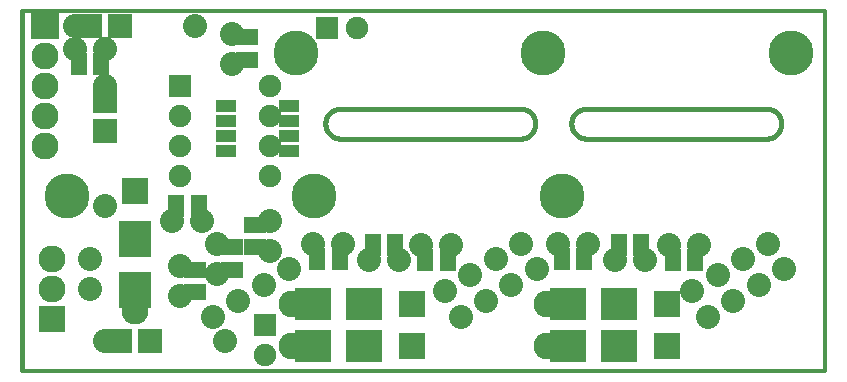
<source format=gts>
G04 (created by PCBNEW-RS274X (20100406 SVN-R2508)-final) date 6/3/2010 10:01:36 PM*
G01*
G70*
G90*
%MOIN*%
G04 Gerber Fmt 3.4, Leading zero omitted, Abs format*
%FSLAX34Y34*%
G04 APERTURE LIST*
%ADD10C,0.006000*%
%ADD11C,0.012000*%
%ADD12C,0.015000*%
%ADD13C,0.090000*%
%ADD14R,0.090000X0.090000*%
%ADD15R,0.110600X0.118400*%
%ADD16R,0.118400X0.110600*%
%ADD17C,0.080000*%
%ADD18R,0.080000X0.080000*%
%ADD19C,0.150000*%
%ADD20R,0.075000X0.055000*%
%ADD21R,0.055000X0.075000*%
%ADD22R,0.095000X0.090000*%
%ADD23R,0.075000X0.075000*%
%ADD24C,0.075000*%
%ADD25R,0.065000X0.040000*%
G04 APERTURE END LIST*
G54D10*
G54D11*
X47750Y-43250D02*
X21000Y-43250D01*
X47750Y-55250D02*
X47750Y-43250D01*
X21000Y-55250D02*
X47750Y-55250D01*
G54D12*
X21000Y-55200D02*
X21000Y-55000D01*
X31600Y-46500D02*
X31557Y-46502D01*
X31514Y-46508D01*
X31471Y-46518D01*
X31429Y-46531D01*
X31389Y-46547D01*
X31351Y-46567D01*
X31314Y-46591D01*
X31279Y-46617D01*
X31247Y-46647D01*
X31217Y-46679D01*
X31191Y-46714D01*
X31167Y-46751D01*
X31147Y-46789D01*
X31131Y-46829D01*
X31118Y-46871D01*
X31108Y-46914D01*
X31102Y-46957D01*
X31100Y-47000D01*
X31100Y-47000D02*
X31102Y-47043D01*
X31108Y-47086D01*
X31118Y-47129D01*
X31131Y-47171D01*
X31147Y-47211D01*
X31167Y-47249D01*
X31191Y-47286D01*
X31217Y-47321D01*
X31247Y-47353D01*
X31279Y-47383D01*
X31314Y-47409D01*
X31351Y-47433D01*
X31389Y-47453D01*
X31429Y-47469D01*
X31471Y-47482D01*
X31514Y-47492D01*
X31557Y-47498D01*
X31600Y-47500D01*
X37600Y-47500D02*
X37643Y-47498D01*
X37686Y-47492D01*
X37729Y-47482D01*
X37771Y-47469D01*
X37811Y-47453D01*
X37850Y-47433D01*
X37886Y-47409D01*
X37921Y-47383D01*
X37953Y-47353D01*
X37983Y-47321D01*
X38009Y-47286D01*
X38033Y-47249D01*
X38053Y-47211D01*
X38069Y-47171D01*
X38082Y-47129D01*
X38092Y-47086D01*
X38098Y-47043D01*
X38100Y-47000D01*
X38100Y-47000D02*
X38098Y-46957D01*
X38092Y-46914D01*
X38082Y-46871D01*
X38069Y-46829D01*
X38053Y-46789D01*
X38033Y-46751D01*
X38009Y-46714D01*
X37983Y-46679D01*
X37953Y-46647D01*
X37921Y-46617D01*
X37886Y-46591D01*
X37850Y-46567D01*
X37811Y-46547D01*
X37771Y-46531D01*
X37729Y-46518D01*
X37686Y-46508D01*
X37643Y-46502D01*
X37600Y-46500D01*
X39800Y-46500D02*
X39757Y-46502D01*
X39714Y-46508D01*
X39671Y-46518D01*
X39629Y-46531D01*
X39589Y-46547D01*
X39551Y-46567D01*
X39514Y-46591D01*
X39479Y-46617D01*
X39447Y-46647D01*
X39417Y-46679D01*
X39391Y-46714D01*
X39367Y-46751D01*
X39347Y-46789D01*
X39331Y-46829D01*
X39318Y-46871D01*
X39308Y-46914D01*
X39302Y-46957D01*
X39300Y-47000D01*
X39300Y-47000D02*
X39302Y-47043D01*
X39308Y-47086D01*
X39318Y-47129D01*
X39331Y-47171D01*
X39347Y-47211D01*
X39367Y-47249D01*
X39391Y-47286D01*
X39417Y-47321D01*
X39447Y-47353D01*
X39479Y-47383D01*
X39514Y-47409D01*
X39551Y-47433D01*
X39589Y-47453D01*
X39629Y-47469D01*
X39671Y-47482D01*
X39714Y-47492D01*
X39757Y-47498D01*
X39800Y-47500D01*
X45800Y-47500D02*
X45843Y-47498D01*
X45886Y-47492D01*
X45929Y-47482D01*
X45971Y-47469D01*
X46011Y-47453D01*
X46050Y-47433D01*
X46086Y-47409D01*
X46121Y-47383D01*
X46153Y-47353D01*
X46183Y-47321D01*
X46209Y-47286D01*
X46233Y-47249D01*
X46253Y-47211D01*
X46269Y-47171D01*
X46282Y-47129D01*
X46292Y-47086D01*
X46298Y-47043D01*
X46300Y-47000D01*
X46300Y-47000D02*
X46298Y-46957D01*
X46292Y-46914D01*
X46282Y-46871D01*
X46269Y-46829D01*
X46253Y-46789D01*
X46233Y-46751D01*
X46209Y-46714D01*
X46183Y-46679D01*
X46153Y-46647D01*
X46121Y-46617D01*
X46086Y-46591D01*
X46050Y-46567D01*
X46011Y-46547D01*
X45971Y-46531D01*
X45929Y-46518D01*
X45886Y-46508D01*
X45843Y-46502D01*
X45800Y-46500D01*
X31600Y-47500D02*
X37600Y-47500D01*
X37600Y-46500D02*
X31600Y-46500D01*
X39800Y-47500D02*
X45800Y-47500D01*
X45800Y-46500D02*
X39800Y-46500D01*
X21000Y-43250D02*
X21000Y-55000D01*
G54D13*
X24750Y-53250D03*
G54D14*
X24750Y-49250D03*
G54D15*
X24750Y-50850D03*
X24750Y-52550D03*
G54D13*
X38500Y-53000D03*
G54D14*
X42500Y-53000D03*
G54D16*
X40900Y-53000D03*
X39200Y-53000D03*
G54D13*
X38500Y-54400D03*
G54D14*
X42500Y-54400D03*
G54D16*
X40900Y-54400D03*
X39200Y-54400D03*
G54D13*
X30000Y-53000D03*
G54D14*
X34000Y-53000D03*
G54D16*
X32400Y-53000D03*
X30700Y-53000D03*
G54D13*
X30000Y-54400D03*
G54D14*
X34000Y-54400D03*
G54D16*
X32400Y-54400D03*
X30700Y-54400D03*
G54D17*
X23750Y-54250D03*
X27750Y-54250D03*
G54D18*
X25250Y-54250D03*
X24250Y-54250D03*
G54D17*
X23750Y-45750D03*
X23750Y-49750D03*
G54D18*
X23750Y-47250D03*
X23750Y-46250D03*
G54D17*
X22750Y-43750D03*
X26750Y-43750D03*
G54D18*
X24250Y-43750D03*
X23250Y-43750D03*
G54D17*
X37300Y-52375D03*
X36452Y-52905D03*
X35604Y-53435D03*
X38148Y-51845D03*
G54D19*
X38361Y-44637D03*
X30729Y-49407D03*
G54D17*
X45550Y-52375D03*
X44702Y-52905D03*
X43854Y-53435D03*
X46398Y-51845D03*
G54D19*
X46611Y-44637D03*
X38979Y-49407D03*
G54D17*
X29050Y-52375D03*
X28202Y-52905D03*
X27354Y-53435D03*
X29898Y-51845D03*
G54D19*
X30111Y-44637D03*
X22479Y-49407D03*
G54D17*
X45020Y-51527D03*
X44172Y-52057D03*
X43324Y-52587D03*
X45868Y-50997D03*
G54D19*
X46611Y-44637D03*
X38979Y-49407D03*
G54D17*
X36770Y-51527D03*
X35922Y-52057D03*
X35074Y-52587D03*
X37618Y-50997D03*
G54D19*
X38361Y-44637D03*
X30729Y-49407D03*
G54D20*
X28750Y-51125D03*
X28750Y-50375D03*
G54D17*
X29250Y-51250D03*
X29250Y-50250D03*
G54D21*
X32675Y-51050D03*
X33425Y-51050D03*
G54D17*
X32550Y-51550D03*
X33550Y-51550D03*
G54D21*
X39725Y-51500D03*
X38975Y-51500D03*
G54D17*
X39850Y-51000D03*
X38850Y-51000D03*
G54D21*
X31575Y-51500D03*
X30825Y-51500D03*
G54D17*
X31700Y-51000D03*
X30700Y-51000D03*
G54D21*
X40875Y-51050D03*
X41625Y-51050D03*
G54D17*
X40750Y-51550D03*
X41750Y-51550D03*
G54D21*
X43425Y-51550D03*
X42675Y-51550D03*
G54D17*
X43550Y-51050D03*
X42550Y-51050D03*
G54D21*
X35175Y-51550D03*
X34425Y-51550D03*
G54D17*
X35300Y-51050D03*
X34300Y-51050D03*
G54D22*
X21750Y-43750D03*
G54D13*
X21750Y-44750D03*
X21750Y-45740D03*
X21750Y-46760D03*
X21750Y-47750D03*
G54D20*
X26750Y-51875D03*
X26750Y-52625D03*
G54D17*
X26250Y-51750D03*
X26250Y-52750D03*
X23250Y-52500D03*
X23250Y-51500D03*
G54D21*
X23625Y-45000D03*
X22875Y-45000D03*
G54D17*
X23750Y-44500D03*
X22750Y-44500D03*
X26000Y-50250D03*
X27000Y-50250D03*
G54D21*
X26125Y-49750D03*
X26875Y-49750D03*
G54D17*
X26000Y-50250D03*
X27000Y-50250D03*
X28000Y-44000D03*
X28000Y-45000D03*
G54D20*
X28500Y-44125D03*
X28500Y-44875D03*
G54D17*
X28000Y-44000D03*
X28000Y-45000D03*
G54D20*
X28000Y-51125D03*
X28000Y-51875D03*
G54D17*
X27500Y-51000D03*
X27500Y-52000D03*
G54D23*
X26250Y-45750D03*
G54D24*
X26250Y-46750D03*
X26250Y-47750D03*
X26250Y-48750D03*
X29250Y-48750D03*
X29250Y-47750D03*
X29250Y-46750D03*
X29250Y-45750D03*
G54D13*
X22000Y-51500D03*
X22000Y-52500D03*
G54D14*
X22000Y-53500D03*
G54D25*
X29900Y-46400D03*
X27800Y-46400D03*
X29900Y-46900D03*
X29900Y-47400D03*
X29900Y-47900D03*
X27800Y-46900D03*
X27800Y-47400D03*
X27800Y-47900D03*
G54D23*
X31150Y-43800D03*
G54D24*
X32150Y-43800D03*
G54D23*
X29100Y-53700D03*
G54D24*
X29100Y-54700D03*
M02*

</source>
